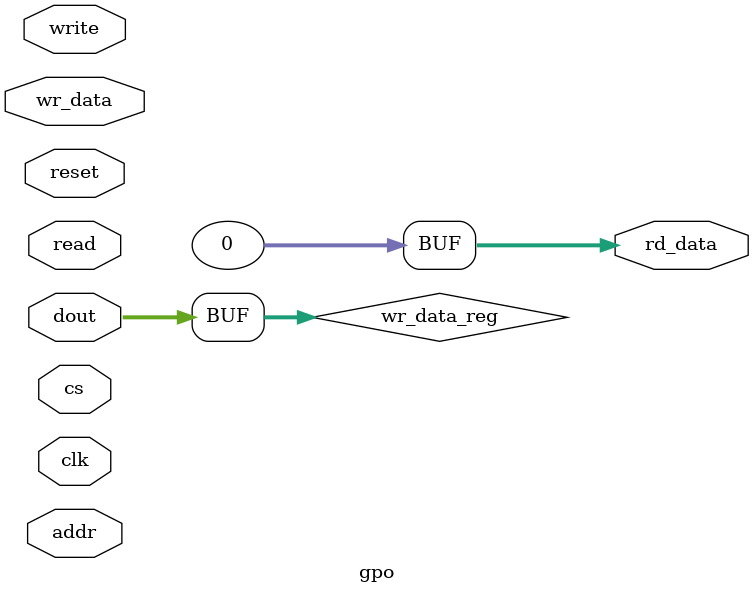
<source format=sv>
`timescale 1ns / 1ps

//Will connect this to the LEDs
module gpo
#(parameter W = 16)//Width of the output port    
    (
        input logic clk, 
        input logic reset,
        //slot interface
        input logic cs, //chip select for slot 
        input logic read,//en
        input logic write,//en
        input logic [4:0] addr,//internal address of registers
        input logic [31: 0] wr_data, //data to be written
        output logic [31: 0] rd_data,//data to be read
        //outside-world --> external signals
        input logic [W - 1: 0] dout
    );

                                            //Signal Declaration

    logic [W - 1: 0] wr_data_reg;
    logic wr_en;

                                            //Register Logic    

    always_ff @( posedge clk, posedge reset )
        if (reset)
            wr_data_reg <= 0;
        else
            if (wr_en)
                wr_data_reg <= wr_data[W - 1: 0];

                                            // Decoding logic
    assign wr_en = (cs && write);
                                            // Slot read interface
    assign rd_data =  0;
                                            // External Output

    assign dout = wr_data_reg;
endmodule

</source>
